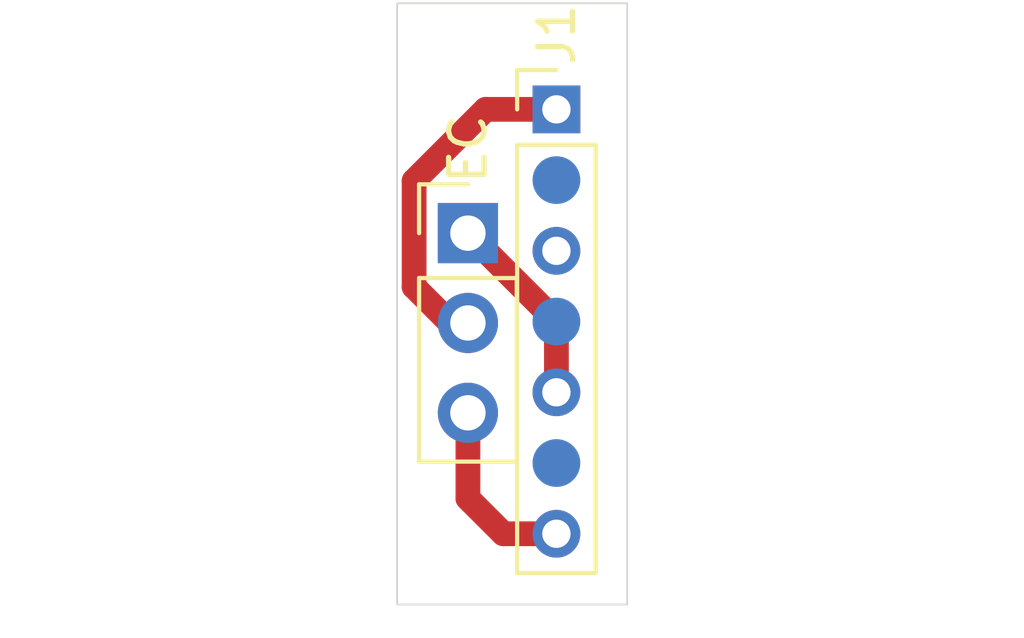
<source format=kicad_pcb>
(kicad_pcb (version 20241229) (generator "pcbnew") (generator_version "9.0")
  (layers (0 "F.Cu" signal) (2 "B.Cu" signal) (13 "F.Paste" user) (15 "B.Paste" user) (5 "F.SilkS" user "F.Silkscreen") (7 "B.SilkS" user "B.Silkscreen") (1 "F.Mask" user) (3 "B.Mask" user) (25 "Edge.Cuts" user))
  (net 0 "")
  (footprint "Connector_PinHeader_2.54mm:PinHeader_1x03_P2.54mm_Vertical" (layer "F.Cu") (at 56 42.5)
    (property "Reference" "EC" (at 0 -2.38 -90) (layer "F.SilkS"))
    (property "Value" "PinHeader_1x03_P2.54mm_Vertical")
    (fp_line (start -1.38 -1.38) (end 0 -1.38) (stroke (width 0.12)) (layer "F.SilkS"))
    (fp_line (start -1.38 0) (end -1.38 -1.38) (stroke (width 0.12)) (layer "F.SilkS"))
    (fp_line (start -1.38 1.27) (end -1.38 6.46) (stroke (width 0.12)) (layer "F.SilkS"))
    (fp_line (start -1.38 1.27) (end 1.38 1.27) (stroke (width 0.12)) (layer "F.SilkS"))
    (fp_line (start -1.38 6.46) (end 1.38 6.46) (stroke (width 0.12)) (layer "F.SilkS"))
    (fp_line (start 1.38 1.27) (end 1.38 6.46) (stroke (width 0.12)) (layer "F.SilkS"))
    (pad "1" thru_hole rect (at 0 0) (size 1.7 1.7) (drill 1) (layers "*.Cu" "*.Mask"))
    (pad "2" thru_hole circle (at 0 2.54) (size 1.7 1.7) (drill 1) (layers "*.Cu" "*.Mask"))
    (pad "3" thru_hole circle (at 0 5.08) (size 1.7 1.7) (drill 1) (layers "*.Cu" "*.Mask"))
  )
  (footprint "Connector_PinHeader_2.00mm:PinHeader_1x07_P2.00mm_Vertical" (layer "F.Cu") (at 58.5 39)
    (property "Reference" "J1" (at 0 -2.11 -90) (layer "F.SilkS"))
    (property "Value" "PinHeader_1x07_P2.00mm_Vertical")
    (fp_line (start -1.11 -1.11) (end 0 -1.11) (stroke (width 0.12)) (layer "F.SilkS"))
    (fp_line (start -1.11 0) (end -1.11 -1.11) (stroke (width 0.12)) (layer "F.SilkS"))
    (fp_line (start -1.11 1) (end -1.11 13.11) (stroke (width 0.12)) (layer "F.SilkS"))
    (fp_line (start -1.11 1) (end 1.11 1) (stroke (width 0.12)) (layer "F.SilkS"))
    (fp_line (start -1.11 13.11) (end 1.11 13.11) (stroke (width 0.12)) (layer "F.SilkS"))
    (fp_line (start 1.11 1) (end 1.11 13.11) (stroke (width 0.12)) (layer "F.SilkS"))
    (pad "1" thru_hole rect (at 0 0) (size 1.35 1.35) (drill 0.8) (layers "*.Cu" "*.Mask"))
    (pad "2" connect circle (at 0 2) (size 1.35 1.35) (layers "B.Cu"))
    (pad "3" thru_hole circle (at 0 4) (size 1.35 1.35) (drill 0.8) (layers "*.Cu" "*.Mask"))
    (pad "4" connect circle (at 0 6) (size 1.35 1.35) (layers "B.Cu"))
    (pad "5" thru_hole circle (at 0 8) (size 1.35 1.35) (drill 0.8) (layers "*.Cu" "*.Mask"))
    (pad "6" connect circle (at 0 10) (size 1.35 1.35) (layers "B.Cu"))
    (pad "7" thru_hole circle (at 0 12) (size 1.35 1.35) (drill 0.8) (layers "*.Cu" "*.Mask"))
  )
  (gr_rect (start 54 36) (end 60.5 53) (stroke (width 0.05)) (fill no) (layer "Edge.Cuts"))
  (segment (start 54.48 44.02) (end 54.48 41.02) (width 0.7) (layer "F.Cu") (net 0))
  (segment (start 56.5 39) (end 58.5 39) (width 0.7) (layer "F.Cu") (net 0))
  (segment (start 55.5 42.5) (end 55.5 43) (width 0.2) (layer "F.Cu") (net 0))
  (segment (start 57 51) (end 56 50) (width 0.7) (layer "F.Cu") (net 0))
  (segment (start 56 50) (end 56 47.58) (width 0.7) (layer "F.Cu") (net 0))
  (segment (start 58.5 51) (end 57 51) (width 0.7) (layer "F.Cu") (net 0))
  (segment (start 56 42.5) (end 58.5 45) (width 0.7) (layer "F.Cu") (net 0))
  (segment (start 55.5 48) (end 55.5 47.58) (width 0.2) (layer "F.Cu") (net 0))
  (segment (start 54.48 41.02) (end 56.5 39) (width 0.7) (layer "F.Cu") (net 0))
  (segment (start 55.5 45.04) (end 54.48 44.02) (width 0.7) (layer "F.Cu") (net 0))
  (segment (start 58.5 45) (end 58.5 47) (width 0.7) (layer "F.Cu") (net 0))
)
</source>
